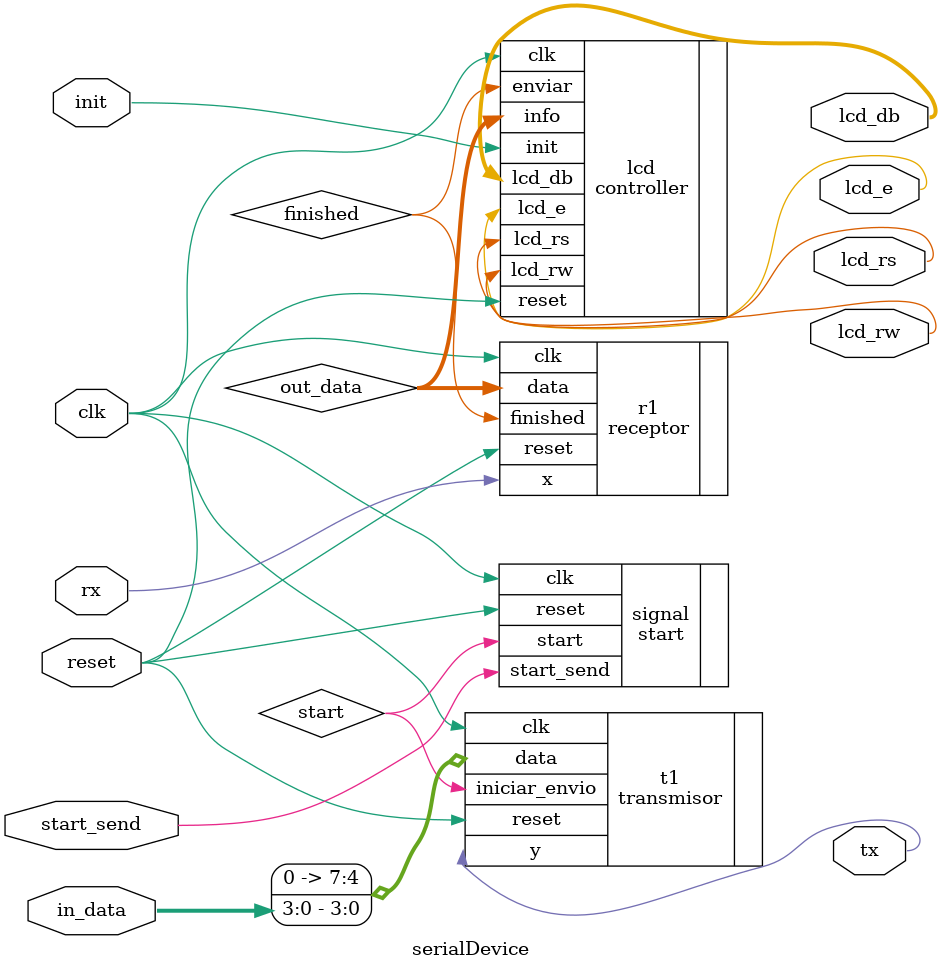
<source format=v>
`timescale 1ns / 1ps
module serialDevice(
	input wire clk,
	input wire init,
	input wire reset,
	input wire rx,
	output wire tx,
	input wire start_send,
	input wire [3:0]in_data,

	output wire [7:0]lcd_db,
	output wire lcd_e,
	output wire lcd_rs,
	output wire lcd_rw
	
	
	);
	
wire finished;
wire [7:0]out_data;
	receptor r1(
		.clk(clk),
		.reset(reset),
		.x(rx),
		.data(out_data),
		.finished(finished)
	);

	
	controller lcd (
    .clk(clk), 
    .reset(reset), 
    .init(init), //-- 
    .enviar(finished),//-- 
    .info(out_data), 
    .lcd_db(lcd_db), 
    .lcd_e(lcd_e), 
    .lcd_rs(lcd_rs), 
    .lcd_rw(lcd_rw)
    );
	
	transmisor  t1(
		.clk(clk),
		.reset(reset),
		.iniciar_envio(start),
		.data({4'd0,in_data}),
		.y(tx)
	);
	
	start signal (
    .clk(clk), 
    .reset(reset), 
    .start_send(start_send), 
    .start(start)
    );
	
  
	

endmodule

</source>
